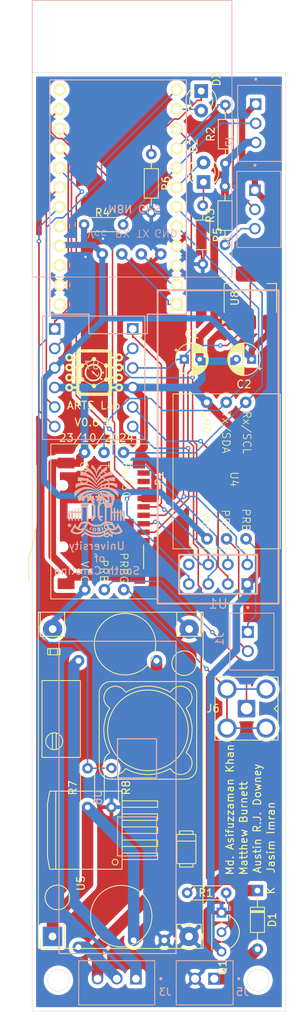
<source format=kicad_pcb>
(kicad_pcb (version 20240108) (generator "pcbnew") (generator_version "8.0")
  (layers (0 "F.Cu" mixed) (31 "B.Cu" mixed) (34 "B.Paste" user) (35 "F.Paste" user) (36 "B.SilkS" user "B.Silkscreen") (37 "F.SilkS" user "F.Silkscreen") (38 "B.Mask" user) (39 "F.Mask" user) (44 "Edge.Cuts" user))
  (net 0 "")
  (net 1 "Net-(U2-C6)")
  (net 2 "Net-(J4-Pad3)")
  (net 5 "Net-(U2-D7)")
  (net 6 "Net-(P1-DAT3{slash}CS)")
  (net 7 "Net-(D2-K)")
  (net 8 "P_EN")
  (net 9 "Net-(D2-A)")
  (net 10 "Net-(U1-CE)")
  (net 11 "NRF CS")
  (net 13 "NRF CE")
  (net 15 "Net-(D3-K)")
  (net 17 "SD CS")
  (net 21 "Net-(J6-In)")
  (net 22 "Net-(J6-Ext)")
  (net 23 "CHRG IN")
  (net 24 "CHRG rectified")
  (net 25 "BAT+")
  (net 26 "BAT M")
  (net 27 "BAT -")
  (net 28 "GND")
  (net 29 "3.3V")
  (net 30 "V GND")
  (net 31 "5V")
  (net 32 "Net-(Q1-Pad2)")
  (net 33 "Net-(J1-Pad1)")
  (net 34 "Net-(J1-Pad2)")
  (net 35 "Net-(P1-CLK{slash}SCK)")
  (net 36 "Net-(P1-CMD{slash}MOSI)")
  (net 37 "SDA")
  (net 38 "TX")
  (net 39 "RX")
  (net 40 "SCL")
  (net 41 "MISO")
  (net 42 "MOSI")
  (net 43 "SCLK")
  (net 44 "Net-(D3-A)")
  (net 45 "V_sense")
  (footprint "EZO_PH:EZO_PH" (layer "F.Cu") (at 88.945 124.48 -90)
    (property "Reference" "U3")
    (property "Value" "EZO_PH")
  )
  (footprint "LED_THT:LED_D3.0mm" (layer "F.Cu") (at 101.9 79.14 90)
    (property "Reference" "D2")
    (property "Value" "LED")
  )
  (footprint "Resistor_THT:R_Axial_DIN0204_L3.6mm_D1.6mm_P7.62mm_Horizontal" (layer "F.Cu") (at 104.7 87.31 90)
    (property "Reference" "R3")
    (property "Value" "470")
  )
  (footprint "LM2596:YAAJ_DCDC_StepDown_LM2596" (layer "F.Cu") (at 82.23 177.3 90)
    (property "Reference" "U5")
    (property "Value" "DC-DC STPDN LM2596")
  )
  (footprint "Resistor_THT:R_Axial_DIN0204_L3.6mm_D1.6mm_P7.62mm_Horizontal" (layer "F.Cu") (at 104.75 76.72 90)
    (property "Reference" "R2")
    (property "Value" "4.7K")
  )
  (footprint "Resistor_THT:R_Axial_DIN0204_L3.6mm_D1.6mm_P7.62mm_Horizontal" (layer "F.Cu") (at 95.1 75.5 -90)
    (property "Reference" "R6")
    (property "Value" "160")
  )
  (footprint "Package_TO_SOT_SMD:SOT-223-3_TabPin2" (layer "F.Cu") (at 108 94.25 90)
    (property "Reference" "U8")
    (property "Value" "AMS1117 3.3v")
  )
  (footprint "LED_THT:LED_D3.0mm" (layer "F.Cu") (at 101.6 67.3 -90)
    (property "Reference" "D3")
    (property "Value" "LED")
  )
  (footprint "Resistor_THT:R_Axial_DIN0204_L3.6mm_D1.6mm_P5.08mm_Horizontal" (layer "F.Cu") (at 86.8 160.5 90)
    (property "Reference" "R7")
    (property "Value" "100K")
  )
  (footprint "Connector_Coaxial:SMA_Amphenol_901-143_Horizontal" (layer "F.Cu") (at 107.5 147.65 180)
    (property "Reference" "J6")
    (property "Value" "Conn_Coaxial_Small")
  )
  (footprint "EZO_TDS:EZO_TDS" (layer "F.Cu") (at 104.86 117.96 -90)
    (property "Reference" "U4")
    (property "Value" "EZO_TDS")
  )
  (footprint "Diode_THT:D_DO-34_SOD68_P7.62mm_Horizontal" (layer "F.Cu") (at 108.925 171.325 -90)
    (property "Reference" "D1")
    (property "Value" "D_Schottky")
  )
  (footprint "Resistor_THT:R_Axial_DIN0204_L3.6mm_D1.6mm_P5.08mm_Horizontal" (layer "F.Cu") (at 89.9 155.4 -90)
    (property "Reference" "R8")
    (property "Value" "100K")
  )
  (footprint "LOGO" (layer "F.Cu") (at 87.7 104 -90)
    (property "Reference" "ARTS Lab")
    (property "Value" "LOGO" (hide yes))
  )
  (footprint "ST-TF-003A:SUNTECH_ST-TF-003A" (layer "F.Cu") (at 88.77 122.28 -90)
    (property "Reference" "P1")
    (property "Value" "SD card socket")
  )
  (footprint "promicro:ProMicro" (layer "F.Cu") (at 90.78 81.09 90)
    (property "Reference" "U2" (hide yes))
    (property "Value" "ProMicro")
  )
  (footprint "Capacitor_THT:CP_Radial_D4.0mm_P2.00mm" (layer "F.Cu") (at 99.4 102.2)
    (property "Reference" "C1")
    (property "Value" "C_Polarized")
  )
  (footprint "Resistor_THT:R_Axial_DIN0204_L3.6mm_D1.6mm_P5.08mm_Horizontal" (layer "F.Cu") (at 91.43 84.675 180)
    (property "Reference" "R4")
    (property "Value" "4.7K")
  )
  (footprint "2N2222A:TO92254P470H750-3" (layer "F.Cu") (at 106.58 176.74 -90)
    (property "Reference" "Q1")
    (property "Value" "2N2222A")
  )
  (footprint "Resistor_THT:R_Axial_DIN0204_L3.6mm_D1.6mm_P5.08mm_Horizontal" (layer "F.Cu") (at 99.775 171.625)
    (property "Reference" "R1")
    (property "Value" "1K")
  )
  (footprint "Resistor_THT:R_Axial_DIN0204_L3.6mm_D1.6mm_P7.62mm_Horizontal" (layer "F.Cu") (at 101.8 82.2 -90)
    (property "Reference" "R5")
    (property "Value" "160")
  )
  (footprint "Capacitor_THT:CP_Radial_D4.0mm_P2.00mm" (layer "F.Cu") (at 108.1726 102.2 180)
    (property "Reference" "C2")
    (property "Value" "C_Polarized")
  )
  (footprint "XH2.54 - 3pin:JST_B2B-XH-A_LF__SN_" (layer "B.Cu") (at 102.05 183.325)
    (property "Reference" "J5")
    (property "Value" "CHRG")
  )
  (footprint "Ublox_Neo_M8N_GPS:Ublox_Neo_M8N_GPS" (layer "B.Cu") (at 79.6 91.5)
    (property "Reference" "M8N_GPS1" (hide yes))
    (property "Value" "~")
  )
  (footprint "XH2.54:XH2.54" (layer "B.Cu") (at 90.6 183.325)
    (property "Reference" "J3")
    (property "Value" "BAT")
  )
  (footprint "NRF24L01+PA-LNA:NRF24L01+PA/LNA-FOOTPRINT" (layer "B.Cu") (at 103.8 130.1735 90)
    (property "Reference" "U1")
    (property "Value" "NRF24L01+PA+LNA")
  )
  (footprint "XH2.54:XH2.54" (layer "B.Cu") (at 109.125 82.7 90)
    (property "Reference" "J4")
    (property "Value" "TRBDT")
  )
  (footprint "XH2.54:XH2.54" (layer "B.Cu") (at 109.225 71.5 90)
    (property "Reference" "J2")
    (property "Value" "Temp")
  )
  (footprint "megasaturnv_custom_components:HX-2S-JH10" (layer "B.Cu") (at 90.7 159.2 -90)
    (property "Reference" "U6")
    (property "Value" "HX-2S-JH10")
  )
  (footprint "Logic level shifter:Logic_level_shifter" (layer "B.Cu") (at 87.6 104.6 180)
    (property "Reference" "U7")
    (property "Value" "BOB-12009, level shifter")
  )
  (footprint "LOGO" (layer "B.Cu") (at 87.9 120.7 180)
    (property "Reference" "G***")
    (property "Value" "LOGO" (hide yes))
  )
  (footprint "XH2.54 - 3pin:JST_B2B-XH-A_LF__SN_" (layer "B.Cu") (at 108.2 138.9325 90)
    (property "Reference" "J1")
    (property "Value" "TDS PRB")
  )
  (gr_circle (center 83 183) (end 84 184) (stroke (width 0.05)) (fill none) (layer "Edge.Cuts"))
  (gr_rect (start 79.6 64.9) (end 112.6 187) (stroke (width 0.05)) (fill none) (layer "Edge.Cuts"))
  (gr_circle (center 109 183) (end 110 184) (stroke (width 0.05)) (fill none) (layer "Edge.Cuts"))
  (gr_text "GND" (at 95.4 85.2 180) (layer "B.SilkS") (effects (font (size 1 1) (thickness 0.1)) (justify left bottom mirror)))
  (gr_text "M8N GPS" (at 92.9 82.6 180) (layer "B.SilkS") (effects (font (size 1 1)) (justify mirror)))
  (gr_text "TX" (at 93.1 85.2 180) (layer "B.SilkS") (effects (font (size 1 1) (thickness 0.1)) (justify left bottom mirror)))
  (gr_text "RX" (at 90.3 85.2 180) (layer "B.SilkS") (effects (font (size 1 1) (thickness 0.1)) (justify left bottom mirror)))
  (gr_text "University\nof \nSouth Carolina" (at 88 128.1 -0) (layer "B.SilkS") (effects (font (size 1 1)) (justify mirror)))
  (gr_text "Vcc" (at 86.7 85.3 180) (layer "B.SilkS") (effects (font (size 1 1) (thickness 0.1)) (justify left bottom mirror)))
  (gr_text "V0.6.3" (at 85 111 0) (layer "F.SilkS") (effects (font (size 1 1)) (justify left bottom)))
  (gr_text "23/10/2024" (at 83 113 0) (layer "F.SilkS") (effects (font (size 1 1)) (justify left bottom)))
  (gr_text "Md. Asifuzzaman Khan" (at 105.918 169.418 90) (layer "F.SilkS") (effects (font (size 1 1)) (justify left bottom)))
  (gr_text "Austin R.J. Downey" (at 109.474 169.164 90) (layer "F.SilkS") (effects (font (size 1 1)) (justify left bottom)))
  (gr_text "Jasim Imran" (at 111.252 169.164 90) (layer "F.SilkS") (effects (font (size 1 1)) (justify left bottom)))
  (gr_text "Matthew Burnett" (at 107.696 169.418 90) (layer "F.SilkS") (effects (font (size 1 1)) (justify left bottom)))
  (segment (start 91.43 84.25) (end 98.4 77.28) (width 0.2) (layer "B.Cu") (net 1))
  (segment (start 104.18 71.5) (end 98.4 77.28) (width 0.2) (layer "B.Cu") (net 1))
  (segment (start 91.43 84.675) (end 91.43 84.25) (width 0.2) (layer "B.Cu") (net 1))
  (segment (start 108.7 71.5) (end 104.18 71.5) (width 0.2) (layer "B.Cu") (net 1))
  (segment (start 106.81 85.2) (end 104.7 87.31) (width 0.2) (layer "B.Cu") (net 2))
  (segment (start 108.6 85.2) (end 106.81 85.2) (width 0.2) (layer "B.Cu") (net 2))
  (segment (start 104.75 70.1017) (end 105.7517 71.1034) (width 0.2) (layer "F.Cu") (net 5))
  (segment (start 105.7517 79.8517) (end 108.6 82.7) (width 0.2) (layer "F.Cu") (net 5))
  (segment (start 104.75 69.1) (end 104.75 70.1017) (width 0.2) (layer "F.Cu") (net 5))
  (segment (start 105.7517 71.1034) (end 105.7517 79.8517) (width 0.2) (layer "F.Cu") (net 5))
  (segment (start 103.7483 69.1) (end 103.7483 69.3917) (width 0.2) (layer "B.Cu") (net 5))
  (segment (start 104.75 69.1) (end 103.7483 69.1) (width 0.2) (layer "B.Cu") (net 5))
  (segment (start 103.7483 69.3917) (end 98.4 74.74) (width 0.2) (layer "B.Cu") (net 5))
  (segment (start 99.896 113.7695) (end 99.9728 113.8463) (width 0.2) (layer "F.Cu") (net 6))
  (segment (start 99.9728 120.3003) (end 95.5731 124.7) (width 0.2) (layer "F.Cu") (net 6))
  (segment (start 99.9728 113.8463) (end 99.9728 120.3003) (width 0.2) (layer "F.Cu") (net 6))
  (segment (start 95.5731 124.7) (end 94.1 124.7) (width 0.2) (layer "F.Cu") (net 6))
  (via (at 99.896 113.7695) (size 0.6) (drill 0.3) (layers "F.Cu" "B.Cu") (net 6))
  (segment (start 92.68 110.95) (end 95.4995 113.7695) (width 0.2) (layer "B.Cu") (net 6))
  (segment (start 95.4995 113.7695) (end 99.896 113.7695) (width 0.2) (layer "B.Cu") (net 6))
  (segment (start 101.8 82.2) (end 101.9 82.1) (width 0.2) (layer "F.Cu") (net 7))
  (segment (start 101.9 82.1) (end 101.9 79.14) (width 0.2) (layer "F.Cu") (net 7))
  (segment (start 101.2206 126.79) (end 101.2206 131.6384) (width 0.2) (layer "F.Cu") (net 8))
  (segment (start 100.6048 126.1742) (end 101.2206 126.79) (width 0.2) (layer "F.Cu") (net 8))
  (segment (start 99.8753 103.9632) (end 99.8753 112.798) (width 0.2) (layer "F.Cu") (net 8))
  (segment (start 99.8753 112.798) (end 100.6048 113.5275) (width 0.2) (layer "F.Cu") (net 8))
  (segment (start 101.6017 132.0195) (end 101.6017 169.7983) (width 0.2) (layer "F.Cu") (net 8))
  (segment (start 101.6017 169.7983) (end 99.775 171.625) (width 0.2) (layer "F.Cu") (net 8))
  (segment (start 100.3121 74.1121) (end 100.3121 103.5264) (width 0.2) (layer "F.Cu") (net 8))
  (segment (start 100.3121 103.5264) (end 99.8753 103.9632) (width 0.2) (layer "F.Cu") (net 8))
  (segment (start 98.4 72.2) (end 100.3121 74.1121) (width 0.2) (layer "F.Cu") (net 8))
  (segment (start 101.2206 131.6384) (end 101.6017 132.0195) (width 0.2) (layer "F.Cu") (net 8))
  (segment (start 100.6048 113.5275) (end 100.6048 126.1742) (width 0.2) (layer "F.Cu") (net 8))
  (segment (start 98.4 79.82) (end 101.62 76.6) (width 0.2) (layer "B.Cu") (net 9))
  (segment (start 101.62 76.6) (end 101.9 76.6) (width 0.2) (layer "B.Cu") (net 9))
  (segment (start 105.07 130.3798) (end 104.9598 130.3798) (width 0.2) (layer "F.Cu") (net 10))
  (segment (start 103.8 115.1337) (end 101.5175 112.8512) (width 0.2) (layer "F.Cu") (net 10))
  (segment (start 105.07 131.4435) (end 105.07 130.3798) (width 0.2) (layer "F.Cu") (net 10))
  (segment (start 104.9598 130.3798) (end 103.8 129.22) (width 0.2) (layer "F.Cu") (net 10))
  (segment (start 103.8 129.22) (end 103.8 115.1337) (width 0.2) (layer "F.Cu") (net 10))
  (via (at 101.5175 112.8512) (size 0.6) (drill 0.3) (layers "F.Cu" "B.Cu") (net 10))
  (segment (start 92.68 108.41) (end 97.1212 112.8512) (width 0.2) (layer "B.Cu") (net 10))
  (segment (start 97.1212 112.8512) (end 101.5175 112.8512) (width 0.2) (layer "B.Cu") (net 10))
  (segment (start 89.6526 111.2535) (end 85.331 106.9319) (width 0.2) (layer "F.Cu") (net 11))
  (segment (start 85.331 81.1258) (end 86.0637 80.3931) (width 0.2) (layer "F.Cu") (net 11))
  (segment (start 85.331 106.9319) (end 85.331 81.1258) (width 0.2) (layer "F.Cu") (net 11))
  (via (at 89.6526 111.2535) (size 0.6) (drill 0.3) (layers "F.Cu" "B.Cu") (net 11))
  (via (at 86.0637 80.3931) (size 0.6) (drill 0.3) (layers "F.Cu" "B.Cu") (net 11))
  (segment (start 83.16 77.4894) (end 83.16 77.28) (width 0.2) (layer "B.Cu") (net 11))
  (segment (start 90.1526 111.7535) (end 89.6526 111.2535) (width 0.2) (layer "B.Cu") (net 11))
  (segment (start 86.0637 80.3931) (end 83.16 77.4894) (width 0.2) (layer "B.Cu") (net 11))
  (segment (start 103.6025 125.2395) (end 94.3702 116.0072) (width 0.2) (layer "B.Cu") (net 11))
  (segment (start 105.07 128.9035) (end 105.07 127.8398) (width 0.2) (layer "B.Cu") (net 11))
  (segment (start 103.6025 126.3723) (end 103.6025 125.2395) (width 0.2) (layer "B.Cu") (net 11))
  (segment (start 91.6587 116.0072) (end 90.1526 114.5011) (width 0.2) (layer "B.Cu") (net 11))
  (segment (start 105.07 127.8398) (end 103.6025 126.3723) (width 0.2) (layer "B.Cu") (net 11))
  (segment (start 94.3702 116.0072) (end 91.6587 116.0072) (width 0.2) (layer "B.Cu") (net 11))
  (segment (start 90.1526 114.5011) (end 90.1526 111.7535) (width 0.2) (layer "B.Cu") (net 11))
  (segment (start 81.431 81.549) (end 81.431 107.321) (width 0.2) (layer "F.Cu") (net 13))
  (segment (start 83.16 79.82) (end 81.431 81.549) (width 0.2) (layer "F.Cu") (net 13))
  (segment (start 81.431 107.321) (end 82.52 108.41) (width 0.2) (layer "F.Cu") (net 13))
  (segment (start 98.7011 70.93) (end 98.088 70.93) (width 0.2) (layer "F.Cu") (net 15))
  (segment (start 98.088 70.93) (end 95.1 73.918) (width 0.2) (layer "F.Cu") (net 15))
  (segment (start 95.1 73.918) (end 95.1 75.5) (width 0.2) (layer "F.Cu") (net 15))
  (segment (start 101.1294 68.5017) (end 98.7011 70.93) (width 0.2) (layer "F.Cu") (net 15))
  (segment (start 101.6 67.3) (end 101.6 68.5017) (width 0.2) (layer "F.Cu") (net 15))
  (segment (start 101.6 68.5017) (end 101.1294 68.5017) (width 0.2) (layer "F.Cu") (net 15))
  (segment (start 80.4705 108.9005) (end 80.4705 86.8445) (width 0.2) (layer "F.Cu") (net 17))
  (segment (start 82.52 110.95) (end 80.4705 108.9005) (width 0.2) (layer "F.Cu") (net 17))
  (via (at 80.4705 86.8445) (size 0.6) (drill 0.3) (layers "F.Cu" "B.Cu") (net 17))
  (segment (start 80.4705 86.8445) (end 80.4705 85.0495) (width 0.2) (layer "B.Cu") (net 17))
  (segment (start 80.4705 85.0495) (end 83.16 82.36) (width 0.2) (layer "B.Cu") (net 17))
  (segment (start 107.5 147.65) (end 107.5 142.1694) (width 0.2) (layer "F.Cu") (net 21))
  (segment (start 107.5 142.1694) (end 103.051 137.7204) (width 0.2) (layer "F.Cu") (net 21))
  (via (at 103.051 137.7204) (size 0.6) (drill 0.3) (layers "F.Cu" "B.Cu") (net 21))
  (segment (start 96.4324 131.1018) (end 90.0632 131.1018) (width 0.2) (layer "B.Cu") (net 21))
  (segment (start 103.051 137.7204) (end 96.4324 131.1018) (width 0.2) (layer "B.Cu") (net 21))
  (segment (start 90.0632 131.1018) (end 88.985 132.18) (width 0.2) (layer "B.Cu") (net 21))
  (segment (start 104.96 145.11) (end 104.96 150.19) (width 0.2) (layer "F.Cu") (net 22))
  (segment (start 104.9299 145.11) (end 102.2988 142.4789) (width 0.2) (layer "F.Cu") (net 22))
  (segment (start 104.96 145.11) (end 104.9299 145.11) (width 0.2) (layer "F.Cu") (net 22))
  (via (at 102.2988 142.4789) (size 0.6) (drill 0.3) (layers "F.Cu" "B.Cu") (net 22))
  (segment (start 104.96 150.19) (end 110.04 150.19) (width 0.2) (layer "B.Cu") (net 22))
  (segment (start 91.9999 132.18) (end 91.525 132.18) (width 0.2) (layer "B.Cu") (net 22))
  (segment (start 104.96 145.11) (end 110.04 145.11) (width 0.2) (layer "B.Cu") (net 22))
  (segment (start 102.2988 142.4789) (end 91.9999 132.18) (width 0.2) (layer "B.Cu") (net 22))
  (segment (start 103.3 182.8) (end 105.1392 182.8) (width 1.5) (layer "F.Cu") (net 23))
  (segment (start 105.1392 182.7308) (end 108.925 178.945) (width 1.5) (layer "F.Cu") (net 23))
  (segment (start 105.1392 182.8) (end 105.1392 182.7308) (width 1.5) (layer "F.Cu") (net 23))
  (segment (start 105.6447 169.8464) (end 104.1354 169.8464) (width 1.5) (layer "F.Cu") (net 24))
  (segment (start 86.8 170.4083) (end 82.23 174.9783) (width 1.5) (layer "F.Cu") (net 24))
  (segment (start 108.925 171.325) (end 107.1233 171.325) (width 1.5) (layer "F.Cu") (net 24))
  (segment (start 99.1793 174.8025) (end 95.7975 174.8025) (width 1.5) (layer "F.Cu") (net 24))
  (segment (start 107.1233 171.325) (end 105.6447 169.8464) (width 1.5) (layer "F.Cu") (net 24))
  (segment (start 82.23 177.3) (end 82.23 174.9783) (width 1.5) (layer "F.Cu") (net 24))
  (segment (start 86.8 160.5) (end 86.8 170.4083) (width 1.5) (layer "F.Cu") (net 24))
  (segment (start 95.7975 174.8025) (end 92.8 177.8) (width 1.5) (layer "F.Cu") (net 24))
  (segment (start 104.1354 169.8464) (end 99.1793 174.8025) (width 1.5) (layer "F.Cu") (net 24))
  (segment (start 92.8 166.5) (end 86.8 160.5) (width 1.5) (layer "B.Cu") (net 24))
  (segment (start 92.8 177.8) (end 92.8 166.5) (width 1.5) (layer "B.Cu") (net 24))
  (segment (start 84.9983 142.0417) (end 85.62 141.42) (width 1.5) (layer "B.Cu") (net 25))
  (segment (start 93.1 182.8) (end 93.1 180.9943) (width 1.5) (layer "B.Cu") (net 25))
  (segment (start 84.9983 172.8926) (end 84.9983 142.0417) (width 1.5) (layer "B.Cu") (net 25))
  (segment (start 93.1 180.9943) (end 84.9983 172.8926) (width 1.5) (layer "B.Cu") (net 25))
  (segment (start 85.6 178.7) (end 86.61 178.7) (width 1.5) (layer "B.Cu") (net 26))
  (segment (start 90.6 182.69) (end 90.6 182.8) (width 1.5) (layer "B.Cu") (net 26))
  (segment (start 86.61 178.7) (end 90.6 182.69) (width 1.5) (layer "B.Cu") (net 26))
  (segment (start 95.78 141.42) (end 95.78 171.0829) (width 1.5) (layer "F.Cu") (net 27))
  (segment (start 88.1 178.7629) (end 88.1 182.8) (width 1.5) (layer "F.Cu") (net 27))
  (segment (start 95.78 171.0829) (end 88.1 178.7629) (width 1.5) (layer "F.Cu") (net 27))
  (segment (start 86.525 88.627419) (end 86.614 88.538419) (width 1) (layer "F.Cu") (net 28))
  (segment (start 86.614 87.376) (end 87.49 86.5) (width 1) (layer "F.Cu") (net 28))
  (segment (start 86.525 88.875) (end 86.525 88.627419) (width 1) (layer "F.Cu") (net 28))
  (segment (start 87.49 86.5) (end 88.8 86.5) (width 1) (layer "F.Cu") (net 28))
  (segment (start 86.614 88.538419) (end 86.614 87.376) (width 1) (layer "F.Cu") (net 28))
  (via (at 88.8 86.5) (size 0.6) (drill 0.3) (layers "F.Cu" "B.Cu") (net 28))
  (via (at 86.525 88.875) (size 0.6) (drill 0.3) (layers "F.Cu" "B.Cu") (net 28))
  (segment (start 104.0993 100.4102) (end 104.9898 100.4102) (width 0.2) (layer "F.Cu") (net 29))
  (segment (start 99.4 102.2) (end 99.4 103.1017) (width 0.2) (layer "F.Cu") (net 29))
  (segment (start 95.2017 122.5) (end 96.8961 122.5) (width 0.2) (layer "F.Cu") (net 29))
  (segment (start 99.4 103.1017) (end 99.2943 103.2074) (width 0.2) (layer "F.Cu") (net 29))
  (segment (start 104.9898 100.4102) (end 108 97.4) (width 0.2) (layer "F.Cu") (net 29))
  (segment (start 96.8961 122.5) (end 99.3424 120.0537) (width 0.2) (layer "F.Cu") (net 29))
  (segment (start 108 91.1) (end 108 97.4) (width 0.2) (layer "F.Cu") (net 29))
  (segment (start 99.2943 103.2074) (end 99.2943 120.0056) (width 0.2) (layer "F.Cu") (net 29))
  (segment (start 99.2943 120.0056) (end 99.3424 120.0537) (width 0.2) (layer "F.Cu") (net 29))
  (segment (start 94.1 122.5) (end 95.2017 122.5) (width 0.2) (layer "F.Cu") (net 29))
  (via (at 99.3424 120.0537) (size 0.6) (drill 0.3) (layers "F.Cu" "B.Cu") (net 29))
  (via (at 104.0993 100.4102) (size 0.6) (drill 0.3) (layers "F.Cu" "B.Cu") (net 29))
  (segment (start 99.4 102.2) (end 98.9492 102.2) (width 0.2) (layer "B.Cu") (net 29))
  (segment (start 92.68 103.33) (end 97.3683 103.33) (width 0.2) (layer "B.Cu") (net 29))
  (segment (start 97.3683 103.33) (end 98.4983 102.2) (width 0.2) (layer "B.Cu") (net 29))
  (segment (start 98.9492 102.2) (end 98.4983 102.2) (width 0.2) (layer "B.Cu") (net 29))
  (segment (start 98.9492 102.2) (end 100.739 100.4102) (width 0.2) (layer "B.Cu") (net 29))
  (segment (start 106.17 125.2833) (end 106.17 126.3998) (width 0.2) (layer "B.Cu") (net 29))
  (segment (start 100.9404 120.0537) (end 106.17 125.2833) (width 0.2) (layer "B.Cu") (net 29))
  (segment (start 100.739 100.4102) (end 104.0993 100.4102) (width 0.2) (layer "B.Cu") (net 29))
  (segment (start 106.17 126.3998) (end 107.61 127.8398) (width 0.2) (layer "B.Cu") (net 29))
  (segment (start 107.61 128.9035) (end 107.61 127.8398) (width 0.2) (layer "B.Cu") (net 29))
  (segment (start 99.3424 120.0537) (end 100.9404 120.0537) (width 0.2) (layer "B.Cu") (net 29))
  (segment (start 84.9 130.5) (end 82.1983 127.7983) (width 1) (layer "F.Cu") (net 30))
  (segment (start 94.1493 107.3393) (end 94.1493 113.649) (width 1) (layer "F.Cu") (net 30))
  (segment (start 84.9 130.5) (end 84 131.4) (width 1) (layer "F.Cu") (net 30))
  (segment (start 103.2983 97.4) (end 101.4 99.2983) (width 1) (layer "F.Cu") (net 30))
  (segment (start 82.1983 127.7983) (end 82.1983 115.7) (width 1) (layer "F.Cu") (net 30))
  (segment (start 103.2983 82.4934) (end 103.2983 97.4) (width 1) (layer "F.Cu") (net 30))
  (segment (start 93.5 115.7) (end 93.5 114.2983) (width 1) (layer "F.Cu") (net 30))
  (segment (start 93.5407 114.2576) (end 93.5 114.2983) (width 1) (layer "F.Cu") (net 30))
  (segment (start 104.7 81.0917) (end 103.2983 82.4934) (width 1) (layer "F.Cu") (net 30))
  (segment (start 95.6017 116.3187) (end 95.6017 120.3) (width 1) (layer "F.Cu") (net 30))
  (segment (start 84 115.7) (end 85.8017 115.7) (width 1) (layer "F.Cu") (net 30))
  (segment (start 93.5407 114.2576) (end 95.6017 116.3187) (width 1) (layer "F.Cu") (net 30))
  (segment (start 94.1493 113.649) (end 93.5407 114.2576) (width 1) (layer "F.Cu") (net 30))
  (segment (start 86.405 114.32) (end 85.8017 114.9233) (width 1) (layer "F.Cu") (net 30))
  (segment (start 94.1 120.3) (end 95.6017 120.3) (width 1) (layer "F.Cu") (net 30))
  (segment (start 101.4 99.2983) (end 101.4 102.2) (width 1) (layer "F.Cu") (net 30))
  (segment (start 85.8017 114.9233) (end 85.8017 115.7) (width 1) (layer "F.Cu") (net 30))
  (segment (start 92.68 105.87) (end 94.1493 107.3393) (width 1) (layer "F.Cu") (net 30))
  (segment (start 102.32 107.8) (end 109.1037 114.5837) (width 1) (layer "F.Cu") (net 30))
  (segment (start 93.6 130.5) (end 84.9 130.5) (width 1) (layer "F.Cu") (net 30))
  (segment (start 109.1037 114.5837) (end 109.1037 129.9498) (width 1) (layer "F.Cu") (net 30))
  (segment (start 84 115.7) (end 82.1983 115.7) (width 1) (layer "F.Cu") (net 30))
  (segment (start 109.1037 129.9498) (end 107.61 131.4435) (width 1) (layer "F.Cu") (net 30))
  (segment (start 104.7 79.69) (end 104.7 81.0917) (width 1) (layer "F.Cu") (net 30))
  (segment (start 103.2983 97.4) (end 105.7 97.4) (width 1) (layer "F.Cu") (net 30))
  (segment (start 101.6517 102.4517) (end 105.9209 102.4517) (width 1) (layer "B.Cu") (net 30))
  (segment (start 100.6087 106.0887) (end 102.32 107.8) (width 1) (layer "B.Cu") (net 30))
  (segment (start 105.9209 102.4517) (end 106.1726 102.2) (width 1) (layer "B.Cu") (net 30))
  (segment (start 107.61 131.4435) (end 107.61 132.9072) (width 1) (layer "B.Cu") (net 30))
  (segment (start 104.7 79.69) (end 104.7 78.2883) (width 1) (layer "B.Cu") (net 30))
  (segment (start 106.1846 134.3326) (end 107.61 132.9072) (width 1) (layer "B.Cu") (net 30))
  (segment (start 101.6517 102.4517) (end 101.4 102.2) (width 1) (layer "B.Cu") (net 30))
  (segment (start 101.6517 104.827) (end 101.6517 102.4517) (width 1) (layer "B.Cu") (net 30))
  (segment (start 107.47 74) (end 104.75 76.72) (width 1) (layer "B.Cu") (net 30))
  (segment (start 100.6087 105.87) (end 101.6517 104.827) (width 1) (layer "B.Cu") (net 30))
  (segment (start 86.405 105.87) (end 86.405 114.32) (width 1) (layer "B.Cu") (net 30))
  (segment (start 102.8571 177.8871) (end 102.8571 143.3372) (width 1) (layer "B.Cu") (net 30))
  (segment (start 92.68 105.87) (end 100.6087 105.87) (width 1) (layer "B.Cu") (net 30))
  (segment (start 100.6087 105.87) (end 100.6087 106.0887) (width 1) (layer "B.Cu") (net 30))
  (segment (start 104.75 78.2383) (end 104.75 76.72) (width 1) (layer "B.Cu") (net 30))
  (segment (start 108.7 74) (end 107.47 74) (width 1) (layer "B.Cu") (net 30))
  (segment (start 102.8571 143.3372) (end 106.1846 140.0097) (width 1) (layer "B.Cu") (net 30))
  (segment (start 82.52 105.87) (end 86.405 105.87) (width 1) (layer "B.Cu") (net 30))
  (segment (start 104.25 179.28) (end 102.8571 177.8871) (width 1) (layer "B.Cu") (net 30))
  (segment (start 104.7 78.2883) (end 104.75 78.2383) (width 1) (layer "B.Cu") (net 30))
  (segment (start 86.405 105.87) (end 92.68 105.87) (width 1) (layer "B.Cu") (net 30))
  (segment (start 106.1846 140.0097) (end 106.1846 134.3326) (width 1) (layer "B.Cu") (net 30))
  (segment (start 106.934 70.766) (end 108.7 69) (width 0.8) (layer "F.Cu") (net 31))
  (segment (start 110.5437 82.1437) (end 108.6 80.2) (width 0.8) (layer "F.Cu") (net 31))
  (segment (start 110.3 98.8709) (end 110.3 97.4) (width 0.8) (layer "F.Cu") (net 31))
  (segment (start 108.6 78.8443) (end 106.934 77.1783) (width 0.8) (layer "F.Cu") (net 31))
  (segment (start 106.934 77.1783) (end 106.934 70.766) (width 0.8) (layer "F.Cu") (net 31))
  (segment (start 110.5437 97.1563) (end 110.5437 82.1437) (width 0.8) (layer "F.Cu") (net 31))
  (segment (start 108.1726 100.9983) (end 110.3 98.8709) (width 0.8) (layer "F.Cu") (net 31))
  (segment (start 108.6 80.2) (end 108.6 78.8443) (width 0.8) (layer "F.Cu") (net 31))
  (segment (start 108.1726 102.2) (end 108.1726 100.9983) (width 0.8) (layer "F.Cu") (net 31))
  (segment (start 110.3 97.4) (end 110.5437 97.1563) (width 0.8) (layer "F.Cu") (net 31))
  (segment (start 87.535 87.315) (end 86.35 87.315) (width 0.8) (layer "B.Cu") (net 31))
  (segment (start 82.25 137.3) (end 82.25 136.375) (width 0.8) (layer "B.Cu") (net 31))
  (segment (start 86.35 87.315) (end 83.285 87.315) (width 0.8) (layer "B.Cu") (net 31))
  (segment (start 96.2533 119.4533) (end 102.36 125.56) (width 0.8) (layer "B.Cu") (net 31))
  (segment (start 82.25 136.375) (end 86.445 132.18) (width 0.8) (layer "B.Cu") (net 31))
  (segment (start 83.285 87.315) (end 83.16 87.44) (width 0.8) (layer "B.Cu") (net 31))
  (segment (start 88.72 97.13) (end 82.52 103.33) (width 0.8) (layer "B.Cu") (net 31))
  (segment (start 86.35 87.315) (end 86.35 84.675) (width 0.8) (layer "B.Cu") (net 31))
  (segment (start 88.72 88.5) (end 87.535 87.315) (width 0.8) (layer "B.Cu") (net 31))
  (segment (start 86.445 132.18) (end 86.445 119.9619) (width 0.8) (layer "B.Cu") (net 31))
  (segment (start 86.445 119.9619) (end 86.9536 119.4533) (width 0.8) (layer "B.Cu") (net 31))
  (segment (start 86.445 119.9619) (end 83.0537 119.9619) (width 0.8) (layer "B.Cu") (net 31))
  (segment (start 108.1726 102.2) (end 102.852 96.8794) (width 0.8) (layer "B.Cu") (net 31))
  (segment (start 102.852 96.8794) (end 88.72 96.8794) (width 0.8) (layer "B.Cu") (net 31))
  (segment (start 88.72 88.5) (end 88.72 96.8794) (width 0.8) (layer "B.Cu") (net 31))
  (segment (start 81.1514 104.6986) (end 82.52 103.33) (width 0.8) (layer "B.Cu") (net 31))
  (segment (start 86.9536 119.4533) (end 96.2533 119.4533) (width 0.8) (layer "B.Cu") (net 31))
  (segment (start 83.0537 119.9619) (end 81.1514 118.0596) (width 0.8) (layer "B.Cu") (net 31))
  (segment (start 81.1514 118.0596) (end 81.1514 104.6986) (width 0.8) (layer "B.Cu") (net 31))
  (segment (start 88.72 96.8794) (end 88.72 97.13) (width 0.8) (layer "B.Cu") (net 31))
  (segment (start 105.2007 172.9724) (end 105.2007 175.7893) (width 0.2) (layer "B.Cu") (net 32))
  (segment (start 104.855 171.625) (end 104.855 172.6267) (width 0.2) (layer "B.Cu") (net 32))
  (segment (start 105.2007 175.7893) (end 104.25 176.74) (width 0.2) (layer "B.Cu") (net 32))
  (segment (start 104.855 172.6267) (end 105.2007 172.9724) (width 0.2) (layer "B.Cu") (net 32))
  (segment (start 108.6891 135.5792) (end 108.6891 126.8091) (width 0.2) (layer "B.Cu") (net 33))
  (segment (start 107.675 137.6825) (end 107.675 136.5933) (width 0.2) (layer "B.Cu") (net 33))
  (segment (start 107.675 136.5933) (end 108.6891 135.5792) (width 0.2) (layer "B.Cu") (net 33))
  (segment (start 108.6891 126.8091) (end 107.44 125.56) (width 0.2) (layer "B.Cu") (net 33))
  (segment (start 106.483 138.9905) (end 106.483 127.143) (width 0.2) (layer "F.Cu") (net 34))
  (segment (start 107.675 140.1825) (end 106.483 138.9905) (width 0.2) (layer "F.Cu") (net 34))
  (segment (start 106.483 127.143) (end 104.9 125.56) (width 0.2) (layer "F.Cu") (net 34))
  (segment (start 96.1816 121.152) (end 96.7799 121.7503) (width 0.2) (layer "F.Cu") (net 35))
  (segment (start 96.1816 121.152) (end 96.4256 120.908) (width 0.2) (layer "F.Cu") (net 35))
  (segment (start 92.68 98.25) (end 92.68 99.3137) (width 0.2) (layer "F.Cu") (net 35))
  (segment (start 96.4256 120.908) (end 96.4256 102.9263) (width 0.2) (layer "F.Cu") (net 35))
  (segment (start 92.813 99.3137) (end 92.68 99.3137) (width 0.2) (layer "F.Cu") (net 35))
  (segment (start 96.4256 102.9263) (end 92.813 99.3137) (width 0.2) (layer "F.Cu") (net 35))
  (segment (start 95.9336 121.4) (end 96.1816 121.152) (width 0.2) (layer "F.Cu") (net 35))
  (segment (start 94.1 121.4) (end 95.9336 121.4) (width 0.2) (layer "F.Cu") (net 35))
  (via (at 96.7799 121.7503) (size 0.6) (drill 0.3) (layers "F.Cu" "B.Cu") (net 35))
  (segment (start 102.6402 130.3798) (end 102.53 130.3798) (width 0.2) (layer "B.Cu") (net 35))
  (segment (start 103.5937 129.4263) (end 102.6402 130.3798) (width 0.2) (layer "B.Cu") (net 35))
  (segment (start 96.9403 121.7503) (end 103.5937 128.4037) (width 0.2) (layer "B.Cu") (net 35))
  (segment (start 102.53 131.4435) (end 102.53 130.3798) (width 0.2) (layer "B.Cu") (net 35))
  (segment (start 103.5937 128.4037) (end 103.5937 129.4263) (width 0.2) (layer "B.Cu") (net 35))
  (segment (start 96.7799 121.7503) (end 96.9403 121.7503) (width 0.2) (layer "B.Cu") (net 35))
  (segment (start 101.0099 113.2807) (end 101.0099 125.956) (width 0.2) (layer "F.Cu") (net 36))
  (segment (start 102.53 127.4761) (end 102.53 128.9035) (width 0.2) (layer "F.Cu") (net 36))
  (segment (start 95.6245 123.3532) (end 95.4485 123.3532) (width 0.2) (layer "F.Cu") (net 36))
  (segment (start 101.0099 125.956) (end 102.53 127.4761) (width 0.2) (layer "F.Cu") (net 36))
  (segment (start 100.477 112.7478) (end 101.0099 113.2807) (width 0.2) (layer "F.Cu") (net 36))
  (segment (start 94.1 123.6) (end 95.2017 123.6) (width 0.2) (layer "F.Cu") (net 36))
  (segment (start 100.477 104.5851) (end 100.477 112.7478) (width 0.2) (layer "F.Cu") (net 36))
  (segment (start 95.4485 123.3532) (end 95.2017 123.6) (width 0.2) (layer "F.Cu") (net 36))
  (via (at 100.477 104.5851) (size 0.6) (drill 0.3) (layers "F.Cu" "B.Cu") (net 36))
  (via (at 95.6245 123.3532) (size 0.6) (drill 0.3) (layers "F.Cu" "B.Cu") (net 36))
  (segment (start 102.53 128.9035) (end 101.4663 128.9035) (width 0.2) (layer "B.Cu") (net 36))
  (segment (start 91.6052 101.8648) (end 91.6052 103.7703) (width 0.2) (layer "B.Cu") (net 36))
  (segment (start 96.049 123.3532) (end 95.6245 123.3532) (width 0.2) (layer "B.Cu") (net 36))
  (segment (start 92.42 104.5851) (end 100.477 104.5851) (width 0.2) (layer "B.Cu") (net 36))
  (segment (start 101.4663 128.9035) (end 101.4663 128.7705) (width 0.2) (layer "B.Cu") (net 36))
  (segment (start 91.6052 103.7703) (end 92.42 104.5851) (width 0.2) (layer "B.Cu") (net 36))
  (segment (start 92.68 100.79) (end 91.6052 101.8648) (width 0.2) (layer "B.Cu") (net 36))
  (segment (start 101.4663 128.7705) (end 96.049 123.3532) (width 0.2) (layer "B.Cu") (net 36))
  (segment (start 104.86 107.8) (end 103.7963 108.8637) (width 0.2) (layer "B.Cu") (net 37))
  (segment (start 88.945 110.619) (end 88.945 114.32) (width 0.2) (layer "B.Cu") (net 37))
  (segment (start 109.0758 103.5842) (end 104.86 107.8) (width 0.2) (layer "B.Cu") (net 37))
  (segment (start 98.4 84.9) (end 109.0758 95.5758) (width 0.2) (layer "B.Cu") (net 37))
  (segment (start 92.2641 107.2999) (end 88.945 110.619) (width 0.2) (layer "B.Cu") (net 37))
  (segment (start 109.0758 95.5758) (end 109.0758 103.5842) (width 0.2) (layer "B.Cu") (net 37))
  (segment (start 96.6097 108.8637) (end 95.0459 107.2999) (width 0.2) (layer "B.Cu") (net 37))
  (segment (start 95.0459 107.2999) (end 92.2641 107.2999) (width 0.2) (layer "B.Cu") (net 37))
  (segment (start 103.7963 108.8637) (end 96.6097 108.8637) (width 0.2) (layer "B.Cu") (net 37))
  (segment (start 91.26 88.5) (end 97.2983 94.5383) (width 0.2) (layer "B.Cu") (net 38))
  (segment (start 97.2983 94.5383) (end 97.2983 95.06) (width 0.2) (layer "B.Cu") (net 38))
  (segment (start 98.4 95.06) (end 97.2983 95.06) (width 0.2) (layer "B.Cu") (net 38))
  (segment (start 93.8 88.5) (end 97.82 92.52) (width 0.2) (layer "B.Cu") (net 39))
  (segment (start 97.82 92.52) (end 98.4 92.52) (width 0.2) (layer "B.Cu") (net 39))
  (segment (start 107.4 107.8196) (end 107.4 107.8) (width 0.2) (layer "B.Cu") (net 40))
  (segment (start 109.5306 93.6017) (end 109.5306 105.6694) (width 0.2) (layer "B.Cu") (net 40))
  (segment (start 91.5382 114.3732) (end 100.8464 114.3732) (width 0.2) (layer "B.Cu") (net 40))
  (segment (start 109.5306 105.6694) (end 107.4 107.8) (width 0.2) (layer "B.Cu") (net 40))
  (segment (start 98.4 82.36) (end 98.4 82.4711) (width 0.2) (layer "B.Cu") (net 40))
  (segment (start 98.4 82.4711) (end 109.5306 93.6017) (width 0.2) (layer "B.Cu") (net 40))
  (segment (start 100.8464 114.3732) (end 107.4 107.8196) (width 0.2) (layer "B.Cu") (net 40))
  (segment (start 91.485 114.32) (end 91.5382 114.3732) (width 0.2) (layer "B.Cu") (net 40))
  (segment (start 90.3185 116.5202) (end 92.9983 119.2) (width 0.2) (layer "F.Cu") (net 41))
  (segment (start 90.0526 110.1753) (end 90.3185 110.4412) (width 0.2) (layer "F.Cu") (net 41))
  (segment (start 90.0526 79.0926) (end 90.0526 110.1753) (width 0.2) (layer "F.Cu") (net 41))
  (segment (start 92.9983 119.2997) (end 92.9983 119.2) (width 0.2) (layer "F.Cu") (net 41))
  (segment (start 91.9334 120.3646) (end 92.9983 119.2997) (width 0.2) (layer "F.Cu") (net 41))
  (segment (start 94.1 119.2) (end 92.9983 119.2) (width 0.2) (layer "F.Cu") (net 41))
  (segment (start 90.3185 110.4412) (end 90.3185 116.5202) (width 0.2) (layer "F.Cu") (net 41))
  (segment (start 83.16 72.2) (end 90.0526 79.0926) (width 0.2) (layer "F.Cu") (net 41))
  (via (at 91.9334 120.3646) (size 0.6) (drill 0.3) (layers "F.Cu" "B.Cu") (net 41))
  (segment (start 99.857 130.3798) (end 91.9334 122.4562) (width 0.2) (layer "B.Cu") (net 41))
  (segment (start 99.99 131.4435) (end 99.99 130.3798) (width 0.2) (layer "B.Cu") (net 41))
  (segment (start 91.9334 122.4562) (end 91.9334 120.3646) (width 0.2) (layer "B.Cu") (net 41))
  (segment (start 99.99 130.3798) (end 99.857 130.3798) (width 0.2) (layer "B.Cu") (net 41))
  (segment (start 84.704 98.606) (end 84.704 74.6846) (width 0.2) (layer "F.Cu") (net 42))
  (segment (start 82.0075 72.6081) (end 82.0075 70.8125) (width 0.2) (layer "F.Cu") (net 42))
  (segment (start 84.704 74.6846) (end 83.4894 73.47) (width 0.2) (layer "F.Cu") (net 42))
  (segment (start 83.4894 73.47) (end 82.8694 73.47) (width 0.2) (layer "F.Cu") (net 42))
  (segment (start 82.52 100.79) (end 84.704 98.606) (width 0.2) (layer "F.Cu") (net 42))
  (segment (start 82.0075 70.8125) (end 83.16 69.66) (width 0.2) (layer "F.Cu") (net 42))
  (segment (start 82.8694 73.47) (end 82.0075 72.6081) (width 0.2) (layer "F.Cu") (net 42))
  (segment (start 84.2813 75.8613) (end 83.16 74.74) (width 0.2) (layer "F.Cu") (net 43))
  (segment (start 82.52 97.1863) (end 82.653 97.1863) (width 0.2) (layer "F.Cu") (net 43))
  (segment (start 84.2813 95.558) (end 84.2813 75.8613) (width 0.2) (layer "F.Cu") (net 43))
  (segment (start 82.653 97.1863) (end 84.2813 95.558) (width 0.2) (layer "F.Cu") (net 43))
  (segment (start 82.52 98.25) (end 82.52 97.1863) (width 0.2) (layer "F.Cu") (net 43))
  (segment (start 101.42 69.66) (end 101.6 69.84) (width 0.2) (layer "B.Cu") (net 44))
  (segment (start 98.4 69.66) (end 101.42 69.66) (width 0.2) (layer "B.Cu") (net 44))
  (segment (start 89.9 155.4) (end 87.8217 155.4) (width 0.2) (layer "B.Cu") (net 45))
  (segment (start 98.4 67.12) (end 88.6173 76.9027) (width 0.2) (layer "B.Cu") (net 45))
  (segment (start 87.8217 155.4) (end 87.8017 155.42) (width 0.2) (layer "B.Cu") (net 45))
  (segment (start 88.6173 76.9027) (end 88.6173 78.7646) (width 0.2) (layer "B.Cu") (net 45))
  (segment (start 81.4563 85.0407) (end 81.4563 99.5425) (width 0.2) (layer "B.Cu") (net 45))
  (segment (start 82.6987 83.7983) (end 81.4563 85.0407) (width 0.2) (layer "B.Cu") (net 45))
  (segment (start 88.6173 78.7646) (end 83.5836 83.7983) (width 0.2) (layer "B.Cu") (net 45))
  (segment (start 80.4371 100.5617) (end 80.4371 137.7284) (width 0.2) (layer "B.Cu") (net 45))
  (segment (start 81.7779 139.0692) (end 84.9388 139.0692) (width 0.2) (layer "B.Cu") (net 45))
  (segment (start 86.8 155.42) (end 87.8017 155.42) (width 0.2) (layer "B.Cu") (net 45))
  (segment (start 84.9388 139.0692) (end 86.8 140.9304) (width 0.2) (layer "B.Cu") (net 45))
  (segment (start 80.4371 137.7284) (end 81.7779 139.0692) (width 0.2) (layer "B.Cu") (net 45))
  (segment (start 83.5836 83.7983) (end 82.6987 83.7983) (width 0.2) (layer "B.Cu") (net 45))
  (segment (start 81.4563 99.5425) (end 80.4371 100.5617) (width 0.2) (layer "B.Cu") (net 45))
  (segment (start 86.8 140.9304) (end 86.8 155.42) (width 0.2) (layer "B.Cu") (net 45))
  (zone (net 28) (net_name "GND") (layer "F.Cu") (connect_pads (clearance 0.5)) (min_thickness 0.25) (fill yes (thermal_gap 0.5) (thermal_bridge_width 0.5))
    (polygon (pts (xy 76.8 60.1) (xy 114.4 60.1) (xy 114.5 188.7) (xy 76.6 188.7)))
  )
  (zone (net 28) (net_name "GND") (layer "B.Cu") (priority 1) (connect_pads (clearance 0.5)) (min_thickness 0.25) (fill yes (thermal_gap 0.5) (thermal_bridge_width 0.5))
    (polygon (pts (xy 77 60.2) (xy 114.4 60.1) (xy 114.5 188.7) (xy 76.6 188.7)))
  )
)
</source>
